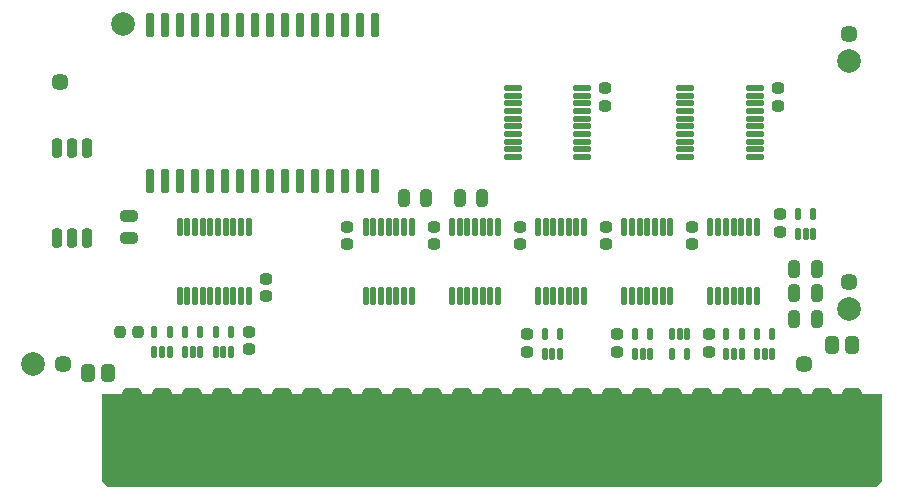
<source format=gts>
G04 #@! TF.GenerationSoftware,KiCad,Pcbnew,(6.0.10-0)*
G04 #@! TF.CreationDate,2023-01-02T07:20:05-05:00*
G04 #@! TF.ProjectId,RAM128,52414d31-3238-42e6-9b69-6361645f7063,1.0*
G04 #@! TF.SameCoordinates,Original*
G04 #@! TF.FileFunction,Soldermask,Top*
G04 #@! TF.FilePolarity,Negative*
%FSLAX46Y46*%
G04 Gerber Fmt 4.6, Leading zero omitted, Abs format (unit mm)*
G04 Created by KiCad (PCBNEW (6.0.10-0)) date 2023-01-02 07:20:05*
%MOMM*%
%LPD*%
G01*
G04 APERTURE LIST*
G04 Aperture macros list*
%AMRoundRect*
0 Rectangle with rounded corners*
0 $1 Rounding radius*
0 $2 $3 $4 $5 $6 $7 $8 $9 X,Y pos of 4 corners*
0 Add a 4 corners polygon primitive as box body*
4,1,4,$2,$3,$4,$5,$6,$7,$8,$9,$2,$3,0*
0 Add four circle primitives for the rounded corners*
1,1,$1+$1,$2,$3*
1,1,$1+$1,$4,$5*
1,1,$1+$1,$6,$7*
1,1,$1+$1,$8,$9*
0 Add four rect primitives between the rounded corners*
20,1,$1+$1,$2,$3,$4,$5,0*
20,1,$1+$1,$4,$5,$6,$7,0*
20,1,$1+$1,$6,$7,$8,$9,0*
20,1,$1+$1,$8,$9,$2,$3,0*%
G04 Aperture macros list end*
%ADD10C,0.000000*%
%ADD11RoundRect,0.457200X0.381000X3.289000X-0.381000X3.289000X-0.381000X-3.289000X0.381000X-3.289000X0*%
%ADD12RoundRect,0.312500X0.262500X0.437500X-0.262500X0.437500X-0.262500X-0.437500X0.262500X-0.437500X0*%
%ADD13C,2.000000*%
%ADD14C,1.448000*%
%ADD15RoundRect,0.262500X-0.262500X0.212500X-0.262500X-0.212500X0.262500X-0.212500X0.262500X0.212500X0*%
%ADD16RoundRect,0.262500X0.212500X0.487500X-0.212500X0.487500X-0.212500X-0.487500X0.212500X-0.487500X0*%
%ADD17RoundRect,0.140000X-0.100000X0.400000X-0.100000X-0.400000X0.100000X-0.400000X0.100000X0.400000X0*%
%ADD18RoundRect,0.136500X-0.612500X-0.112500X0.612500X-0.112500X0.612500X0.112500X-0.612500X0.112500X0*%
%ADD19RoundRect,0.140000X0.100000X-0.400000X0.100000X0.400000X-0.100000X0.400000X-0.100000X-0.400000X0*%
%ADD20RoundRect,0.262500X0.212500X0.262500X-0.212500X0.262500X-0.212500X-0.262500X0.212500X-0.262500X0*%
%ADD21RoundRect,0.136500X0.112500X-0.612500X0.112500X0.612500X-0.112500X0.612500X-0.112500X-0.612500X0*%
%ADD22RoundRect,0.200000X-0.150000X0.802500X-0.150000X-0.802500X0.150000X-0.802500X0.150000X0.802500X0*%
%ADD23RoundRect,0.262500X-0.212500X-0.487500X0.212500X-0.487500X0.212500X0.487500X-0.212500X0.487500X0*%
%ADD24RoundRect,0.136500X-0.112500X0.612500X-0.112500X-0.612500X0.112500X-0.612500X0.112500X0.612500X0*%
%ADD25RoundRect,0.262500X0.262500X-0.212500X0.262500X0.212500X-0.262500X0.212500X-0.262500X-0.212500X0*%
%ADD26RoundRect,0.262500X-0.487500X0.212500X-0.487500X-0.212500X0.487500X-0.212500X0.487500X0.212500X0*%
%ADD27RoundRect,0.240000X0.190000X-0.572000X0.190000X0.572000X-0.190000X0.572000X-0.190000X-0.572000X0*%
G04 APERTURE END LIST*
D10*
G36*
X139700000Y-139446000D02*
G01*
X139192000Y-139954000D01*
X74168000Y-139954000D01*
X73660000Y-139446000D01*
X73660000Y-132080000D01*
X139700000Y-132080000D01*
X139700000Y-139446000D01*
G37*
G36*
X139700000Y-139446000D02*
G01*
X139192000Y-139954000D01*
X74168000Y-139954000D01*
X73660000Y-139446000D01*
X73660000Y-132080000D01*
X139700000Y-132080000D01*
X139700000Y-139446000D01*
G37*
D11*
X76200000Y-135282000D03*
X78740000Y-135282000D03*
X81280000Y-135282000D03*
X83820000Y-135282000D03*
X86360000Y-135282000D03*
X88900000Y-135282000D03*
X91440000Y-135282000D03*
X93980000Y-135282000D03*
X96520000Y-135282000D03*
X99060000Y-135282000D03*
X101600000Y-135282000D03*
X104140000Y-135282000D03*
X106680000Y-135282000D03*
X109220000Y-135282000D03*
X111760000Y-135282000D03*
X114300000Y-135282000D03*
X116840000Y-135282000D03*
X119380000Y-135282000D03*
X121920000Y-135282000D03*
X124460000Y-135282000D03*
X127000000Y-135282000D03*
X129540000Y-135282000D03*
X132080000Y-135282000D03*
X134620000Y-135282000D03*
X137160000Y-135282000D03*
D12*
X137160000Y-127889000D03*
X135460000Y-127889000D03*
D13*
X136906000Y-103886000D03*
D14*
X70358000Y-129540000D03*
X136906000Y-122555000D03*
D13*
X136906000Y-124841000D03*
D15*
X109600000Y-127000000D03*
X109600000Y-128500000D03*
D16*
X134150000Y-123500000D03*
X132250000Y-123500000D03*
D17*
X123200000Y-127000000D03*
X122550000Y-127000000D03*
X121900000Y-127000000D03*
X121900000Y-128700000D03*
X123200000Y-128700000D03*
D18*
X123000000Y-106150000D03*
X123000000Y-106800000D03*
X123000000Y-107450000D03*
X123000000Y-108100000D03*
X123000000Y-108750000D03*
X123000000Y-109400000D03*
X123000000Y-110050000D03*
X123000000Y-110700000D03*
X123000000Y-111350000D03*
X123000000Y-112000000D03*
X128900000Y-112000000D03*
X128900000Y-111350000D03*
X128900000Y-110700000D03*
X128900000Y-110050000D03*
X128900000Y-109400000D03*
X128900000Y-108750000D03*
X128900000Y-108100000D03*
X128900000Y-107450000D03*
X128900000Y-106800000D03*
X128900000Y-106150000D03*
D19*
X126500000Y-128700000D03*
X127150000Y-128700000D03*
X127800000Y-128700000D03*
X127800000Y-127000000D03*
X126500000Y-127000000D03*
X78050000Y-128500000D03*
X78700000Y-128500000D03*
X79350000Y-128500000D03*
X79350000Y-126800000D03*
X78050000Y-126800000D03*
D15*
X117250000Y-127000000D03*
X117250000Y-128500000D03*
D19*
X111100000Y-128700000D03*
X111750000Y-128700000D03*
X112400000Y-128700000D03*
X112400000Y-127000000D03*
X111100000Y-127000000D03*
X118750000Y-128700000D03*
X119400000Y-128700000D03*
X120050000Y-128700000D03*
X120050000Y-127000000D03*
X118750000Y-127000000D03*
D20*
X76650000Y-126800000D03*
X75150000Y-126800000D03*
D19*
X129100000Y-128700000D03*
X129750000Y-128700000D03*
X130400000Y-128700000D03*
X130400000Y-127000000D03*
X129100000Y-127000000D03*
D21*
X95950000Y-123800000D03*
X96600000Y-123800000D03*
X97250000Y-123800000D03*
X97900000Y-123800000D03*
X98550000Y-123800000D03*
X99200000Y-123800000D03*
X99850000Y-123800000D03*
X99850000Y-117900000D03*
X99200000Y-117900000D03*
X98550000Y-117900000D03*
X97900000Y-117900000D03*
X97250000Y-117900000D03*
X96600000Y-117900000D03*
X95950000Y-117900000D03*
X125150000Y-123800000D03*
X125800000Y-123800000D03*
X126450000Y-123800000D03*
X127100000Y-123800000D03*
X127750000Y-123800000D03*
X128400000Y-123800000D03*
X129050000Y-123800000D03*
X129050000Y-117900000D03*
X128400000Y-117900000D03*
X127750000Y-117900000D03*
X127100000Y-117900000D03*
X126450000Y-117900000D03*
X125800000Y-117900000D03*
X125150000Y-117900000D03*
D15*
X116300000Y-117900000D03*
X116300000Y-119400000D03*
D21*
X117850000Y-123800000D03*
X118500000Y-123800000D03*
X119150000Y-123800000D03*
X119800000Y-123800000D03*
X120450000Y-123800000D03*
X121100000Y-123800000D03*
X121750000Y-123800000D03*
X121750000Y-117900000D03*
X121100000Y-117900000D03*
X120450000Y-117900000D03*
X119800000Y-117900000D03*
X119150000Y-117900000D03*
X118500000Y-117900000D03*
X117850000Y-117900000D03*
D15*
X94400000Y-117900000D03*
X94400000Y-119400000D03*
D21*
X110550000Y-123800000D03*
X111200000Y-123800000D03*
X111850000Y-123800000D03*
X112500000Y-123800000D03*
X113150000Y-123800000D03*
X113800000Y-123800000D03*
X114450000Y-123800000D03*
X114450000Y-117900000D03*
X113800000Y-117900000D03*
X113150000Y-117900000D03*
X112500000Y-117900000D03*
X111850000Y-117900000D03*
X111200000Y-117900000D03*
X110550000Y-117900000D03*
D15*
X101700000Y-117900000D03*
X101700000Y-119400000D03*
D21*
X103250000Y-123800000D03*
X103900000Y-123800000D03*
X104550000Y-123800000D03*
X105200000Y-123800000D03*
X105850000Y-123800000D03*
X106500000Y-123800000D03*
X107150000Y-123800000D03*
X107150000Y-117900000D03*
X106500000Y-117900000D03*
X105850000Y-117900000D03*
X105200000Y-117900000D03*
X104550000Y-117900000D03*
X103900000Y-117900000D03*
X103250000Y-117900000D03*
D15*
X123600000Y-117900000D03*
X123600000Y-119400000D03*
X109000000Y-117900000D03*
X109000000Y-119400000D03*
X125000000Y-127000000D03*
X125000000Y-128500000D03*
D22*
X96774000Y-100838000D03*
X95504000Y-100838000D03*
X94234000Y-100838000D03*
X92964000Y-100838000D03*
X91694000Y-100838000D03*
X90424000Y-100838000D03*
X89154000Y-100838000D03*
X87884000Y-100838000D03*
X86614000Y-100838000D03*
X85344000Y-100838000D03*
X84074000Y-100838000D03*
X82804000Y-100838000D03*
X81534000Y-100838000D03*
X80264000Y-100838000D03*
X78994000Y-100838000D03*
X77724000Y-100838000D03*
X77724000Y-114046000D03*
X78994000Y-114046000D03*
X80264000Y-114046000D03*
X81534000Y-114046000D03*
X82804000Y-114046000D03*
X84074000Y-114046000D03*
X85344000Y-114046000D03*
X86614000Y-114046000D03*
X87884000Y-114046000D03*
X89154000Y-114046000D03*
X90424000Y-114046000D03*
X91694000Y-114046000D03*
X92964000Y-114046000D03*
X94234000Y-114046000D03*
X95504000Y-114046000D03*
X96774000Y-114046000D03*
D23*
X99200000Y-115450000D03*
X101100000Y-115450000D03*
D18*
X108400000Y-106150000D03*
X108400000Y-106800000D03*
X108400000Y-107450000D03*
X108400000Y-108100000D03*
X108400000Y-108750000D03*
X108400000Y-109400000D03*
X108400000Y-110050000D03*
X108400000Y-110700000D03*
X108400000Y-111350000D03*
X108400000Y-112000000D03*
X114300000Y-112000000D03*
X114300000Y-111350000D03*
X114300000Y-110700000D03*
X114300000Y-110050000D03*
X114300000Y-109400000D03*
X114300000Y-108750000D03*
X114300000Y-108100000D03*
X114300000Y-107450000D03*
X114300000Y-106800000D03*
X114300000Y-106150000D03*
D15*
X116250000Y-106150000D03*
X116250000Y-107650000D03*
X130850000Y-106150000D03*
X130850000Y-107650000D03*
D13*
X67818000Y-129540000D03*
X75438000Y-100711000D03*
D24*
X86050000Y-117900000D03*
X85400000Y-117900000D03*
X84750000Y-117900000D03*
X84100000Y-117900000D03*
X83450000Y-117900000D03*
X82800000Y-117900000D03*
X82150000Y-117900000D03*
X81500000Y-117900000D03*
X80850000Y-117900000D03*
X80200000Y-117900000D03*
X80200000Y-123800000D03*
X80850000Y-123800000D03*
X81500000Y-123800000D03*
X82150000Y-123800000D03*
X82800000Y-123800000D03*
X83450000Y-123800000D03*
X84100000Y-123800000D03*
X84750000Y-123800000D03*
X85400000Y-123800000D03*
X86050000Y-123800000D03*
D12*
X74150000Y-130300000D03*
X72450000Y-130300000D03*
D19*
X80650000Y-128500000D03*
X81300000Y-128500000D03*
X81950000Y-128500000D03*
X81950000Y-126800000D03*
X80650000Y-126800000D03*
X83250000Y-128500000D03*
X83900000Y-128500000D03*
X84550000Y-128500000D03*
X84550000Y-126800000D03*
X83250000Y-126800000D03*
D15*
X86050000Y-126800000D03*
X86050000Y-128300000D03*
D25*
X87500000Y-123800000D03*
X87500000Y-122300000D03*
D14*
X133096000Y-129540000D03*
D19*
X132550000Y-118550000D03*
X133200000Y-118550000D03*
X133850000Y-118550000D03*
X133850000Y-116850000D03*
X132550000Y-116850000D03*
D15*
X131050000Y-116850000D03*
X131050000Y-118350000D03*
D16*
X134150000Y-125700000D03*
X132250000Y-125700000D03*
X105800000Y-115450000D03*
X103900000Y-115450000D03*
D14*
X136906000Y-101600000D03*
D23*
X132250000Y-121500000D03*
X134150000Y-121500000D03*
D14*
X70104000Y-105664000D03*
D26*
X75946000Y-116972000D03*
X75946000Y-118872000D03*
D27*
X69850000Y-118872000D03*
X71120000Y-118872000D03*
X72390000Y-118872000D03*
X72390000Y-111252000D03*
X71120000Y-111252000D03*
X69850000Y-111252000D03*
M02*

</source>
